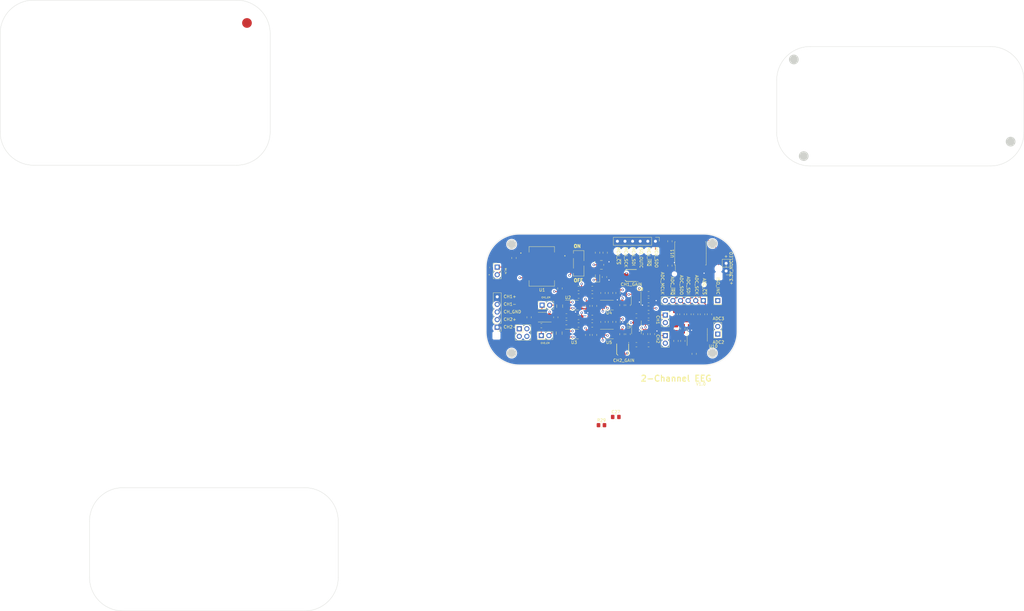
<source format=kicad_pcb>
(kicad_pcb (version 20221018) (generator pcbnew)
  (layers (0 "F.Cu" signal) (1 "In1.Cu" signal) (2 "In2.Cu" signal) (31 "B.Cu" signal) (34 "B.Paste" user) (35 "F.Paste" user) (36 "B.SilkS" user "B.Silkscreen") (37 "F.SilkS" user "F.Silkscreen") (38 "B.Mask" user) (39 "F.Mask" user) (44 "Edge.Cuts" user))
  (net 0 "")
  (net 1 "GND1")
  (net 2 "+5V")
  (net 3 "GND")
  (net 4 "+3.3V")
  (net 5 "Net-(U4A--)")
  (net 6 "Net-(U5A--)")
  (net 7 "Net-(U7B--)")
  (net 8 "Net-(U8B--)")
  (net 9 "/VGND")
  (net 10 "/CH1_AO")
  (net 11 "/CH2_AO")
  (net 12 "/Driven_GND")
  (net 13 "Net-(U10-REFIN+{slash}OUT)")
  (net 14 "Net-(D1-A)")
  (net 15 "/CH2+")
  (net 16 "/CH2-")
  (net 17 "/CH_GND")
  (net 18 "/CH1-")
  (net 19 "/CH1+")
  (net 21 "/ADC0")
  (net 22 "/ADC1")
  (net 23 "/ADC2")
  (net 24 "/ADC3")
  (net 25 "/ADC_SDO")
  (net 26 "/ADC_SDI")
  (net 27 "/ADC_SCK")
  (net 28 "/ADC_~{CS}")
  (net 29 "/ADC_MCLK")
  (net 30 "/ADC_~{IRQ}")
  (net 31 "/ISO_INC")
  (net 32 "/MCU_SDO")
  (net 33 "/MCU_~{IRQ}")
  (net 34 "/ISO_OUTC")
  (net 35 "/MCU_SDI")
  (net 36 "/MCU_SCK")
  (net 37 "/MCU_~{CS}")
  (net 38 "Net-(U2-FB)")
  (net 39 "Net-(U5B-+)")
  (net 40 "Net-(U3-FB)")
  (net 41 "Net-(U4B--)")
  (net 42 "Net-(U5B--)")
  (net 43 "Net-(U9A--)")
  (net 44 "Net-(U9B-+)")
  (net 47 "/LDO_CTRL")
  (net 50 "Net-(J10-Pin_1)")
  (net 51 "+3V3_nucleo")
  (net 52 "Net-(J10-Pin_2)")
  (net 53 "Net-(R20-Pad2)")
  (net 54 "Net-(U9B--)")
  (net 55 "Net-(U10-SDO)")
  (net 56 "Net-(U10-SDI)")
  (net 57 "Net-(R1-Pad1)")
  (net 58 "Net-(R17-Pad2)")
  (net 59 "Net-(C10-Pad1)")
  (net 60 "Net-(U4B-+)")
  (net 61 "Net-(C11-Pad1)")
  (net 62 "Net-(R3-Pad1)")
  (net 63 "Net-(R12-Pad1)")
  (net 64 "Net-(R13-Pad1)")
  (net 65 "Net-(U8A-+)")
  (net 66 "Net-(R16-Pad2)")
  (net 67 "Net-(U7A--)")
  (net 68 "Net-(U10-SCK)")
  (net 69 "Net-(J12-Pin_2)")
  (net 70 "Net-(U10-~{CS})")
  (net 71 "Net-(U2-VREF)")
  (net 72 "Net-(U3-VREF)")
  (net 73 "+5V_iso")
  (net 78 "Net-(U10-MCLK)")
  (net 79 "Net-(U10-~{IRQ}{slash}MDAT)")
  (footprint "Capacitor_SMD:C_0805_2012Metric_Pad1.18x1.45mm_HandSolder" (layer "F.Cu") (at 164.592 100.076 -90)
    (fp_text reference "C11" hide)
    (fp_text value "100n" hide)
  )
  (footprint "Connector_PinHeader_2.54mm:PinHeader_1x06_P2.54mm_Vertical" (layer "F.Cu") (at 195.58 102.616 -90)
    (fp_text reference "J8" hide)
    (fp_text value "ADC_Data" hide)
  )
  (footprint "Capacitor_SMD:C_0805_2012Metric_Pad1.18x1.45mm_HandSolder" (layer "F.Cu") (at 168.402 104.14 -90)
    (fp_text reference "C14" hide)
    (fp_text value "50n" hide)
  )
  (footprint "Resistor_SMD:R_0805_2012Metric_Pad1.20x1.40mm_HandSolder" (layer "F.Cu") (at 153.94 101.092 180)
    (fp_text reference "R1" hide)
    (fp_text value "1M" hide)
  )
  (footprint "Resistor_SMD:R_0805_2012Metric_Pad1.20x1.40mm_HandSolder" (layer "F.Cu") (at 153.924 110.744 180)
    (fp_text reference "R3" hide)
    (fp_text value "1M" hide)
  )
  (footprint "Resistor_SMD:R_0805_2012Metric_Pad1.20x1.40mm_HandSolder" (layer "F.Cu") (at 173.228 117.348)
    (fp_text reference "R16" hide)
    (fp_text value "100k" hide)
  )
  (footprint "Package_SO:MSOP-8_3x3mm_P0.65mm" (layer "F.Cu") (at 173.1475 102.616 -90)
    (fp_text reference "U8")
    (fp_text value "AD8606" hide)
  )
  (footprint "Resistor_SMD:R_0805_2012Metric_Pad1.20x1.40mm_HandSolder" (layer "F.Cu") (at 190.754 107.188 -90)
    (fp_text reference "R25" hide)
    (fp_text value "10" hide)
  )
  (footprint "Capacitor_SMD:C_0805_2012Metric_Pad1.18x1.45mm_HandSolder" (layer "F.Cu") (at 160.274 86.614 -90)
    (fp_text reference "C9" hide)
    (fp_text value "0.1u" hide)
  )
  (footprint "Connector_PinHeader_2.54mm:PinHeader_2x01_P2.54mm_Vertical" (layer "F.Cu") (at 182.88 107.447 -90)
    (fp_text reference "J5" hide)
    (fp_text value "Conn_02x01" hide)
  )
  (footprint "Capacitor_SMD:C_0805_2012Metric_Pad1.18x1.45mm_HandSolder" (layer "F.Cu") (at 188.722 116.078 -90)
    (fp_text reference "C21" hide)
    (fp_text value "0.1u" hide)
  )
  (footprint "Connector_PinHeader_2.54mm:PinHeader_2x01_P2.54mm_Vertical" (layer "F.Cu") (at 200.406 113.797 90)
    (fp_text reference "J7" hide)
    (fp_text value "ADC_23" hide)
  )
  (footprint "Capacitor_SMD:C_0805_2012Metric_Pad1.18x1.45mm_HandSolder" (layer "F.Cu") (at 184.404 90.9535 90)
    (fp_text reference "C26" hide)
    (fp_text value "0.1u")
  )
  (footprint "Capacitor_SMD:C_0805_2012Metric_Pad1.18x1.45mm_HandSolder" (layer "F.Cu") (at 188.722 112.014 -90)
    (fp_text reference "C24" hide)
    (fp_text value "0.1u" hide)
  )
  (footprint "Capacitor_SMD:C_0805_2012Metric_Pad1.18x1.45mm_HandSolder" (layer "F.Cu") (at 186.436 112.014 -90)
    (fp_text reference "C25" hide)
    (fp_text value "10u" hide)
  )
  (footprint "Capacitor_SMD:C_0805_2012Metric_Pad1.18x1.45mm_HandSolder" (layer "F.Cu") (at 159.258 104.394 -90)
    (fp_text reference "C6" hide)
    (fp_text value "3.3u" hide)
  )
  (footprint "Package_SO:TSSOP-20_4.4x6.5mm_P0.65mm" (layer "F.Cu") (at 193.548 114.046 90)
    (fp_text reference "U10")
    (fp_text value "MCP3562R" hide)
  )
  (footprint "Resistor_SMD:R_0805_2012Metric_Pad1.20x1.40mm_HandSolder" (layer "F.Cu") (at 170.434 113.83225 90)
    (fp_text reference "R12" hide)
    (fp_text value "1k" hide)
  )
  (footprint "Package_SO:SOIC-16W_7.5x10.3mm_P1.27mm" (layer "F.Cu") (at 191.262 86.868 90)
    (fp_text reference "U11")
    (fp_text value "ISO6763-Q1" hide)
  )
  (footprint "Capacitor_SMD:C_0805_2012Metric_Pad1.18x1.45mm_HandSolder" (layer "F.Cu") (at 132.334 88.392 -90)
    (fp_text reference "C1" hide)
    (fp_text value "4.7u")
  )
  (footprint "Package_SO:MSOP-8_3x3mm_P0.65mm" (layer "F.Cu") (at 152.4 113.792)
    (fp_text reference "U3")
    (fp_text value "AD8237" hide)
  )
  (footprint "Capacitor_SMD:C_0805_2012Metric_Pad1.18x1.45mm_HandSolder" (layer "F.Cu") (at 184.404 82.804 -90)
    (fp_text reference "C28" hide)
    (fp_text value "0.1u")
  )
  (footprint "Connector_PinHeader_2.54mm:PinHeader_2x01_P2.54mm_Vertical" (layer "F.Cu") (at 141.478 114.3)
    (fp_text reference "J12" hide)
    (fp_text value "CH2_AVG_EN" hide)
  )
  (footprint "Capacitor_SMD:C_0805_2012Metric_Pad1.18x1.45mm_HandSolder" (layer "F.Cu") (at 177.292 109.982)
    (fp_text reference "C18" hide)
    (fp_text value "10u" hide)
  )
  (footprint "Capacitor_SMD:C_0805_2012Metric_Pad1.18x1.45mm_HandSolder" (layer "F.Cu") (at 177.292 105.156)
    (fp_text reference "C16" hide)
    (fp_text value "0.1u" hide)
  )
  (footprint "Resistor_SMD:R_0805_2012Metric_Pad1.20x1.40mm_HandSolder" (layer "F.Cu") (at 188.468 107.188 -90)
    (fp_text reference "R24" hide)
    (fp_text value "10" hide)
  )
  (footprint "Resistor_SMD:R_0805_2012Metric_Pad1.20x1.40mm_HandSolder" (layer "F.Cu") (at 186.182 107.188 -90)
    (fp_text reference "R23" hide)
    (fp_text value "10" hide)
  )
  (footprint "Senior_Project_Footprints:CONV_PESE1-S5-S5-M" (layer "F.Cu") (at 141.629 91.186)
    (fp_text reference "U1")
    (fp_text value "PESE1-S5-S5-M-TR" hide)
  )
  (footprint "Capacitor_SMD:C_0805_2012Metric_Pad1.18x1.45mm_HandSolder" (layer "F.Cu") (at 137.414 108.204 -90)
    (fp_text reference "C23" hide)
    (fp_text value "0.1u" hide)
  )
  (footprint "Resistor_SMD:R_0805_2012Metric_Pad1.20x1.40mm_HandSolder" (layer "F.Cu") (at 153.908 108.204)
    (fp_text reference "R4" hide)
    (fp_text value "1K" hide)
  )
  (footprint "Senior_Project_Footprints:SW_JS102011SCQN" (layer "F.Cu") (at 153.968 90.17)
    (fp_text reference "SW1" hide)
    (fp_text value "SW_Push_SPDT" hide)
  )
  (footprint "Connector_PinHeader_2.54mm:PinHeader_2x02_P2.54mm_Vertical" (layer "F.Cu") (at 134.112 112.014)
    (fp_text reference "J4" hide)
    (fp_text value "GND_select" hide)
  )
  (footprint "Resistor_SMD:R_0805_2012Metric_Pad1.20x1.40mm_HandSolder" (layer "F.Cu") (at 158.48 110.744 180)
    (fp_text reference "R6" hide)
    (fp_text value "2M" hide)
  )
  (footprint "Capacitor_SMD:C_0805_2012Metric_Pad1.18x1.45mm_HandSolder" (layer "F.Cu") (at 156.972 104.394 -90)
    (fp_text reference "C2" hide)
    (fp_text value "0.1u" hide)
  )
  (footprint "Resistor_SMD:R_0805_2012Metric_Pad1.20x1.40mm_HandSolder" (layer "F.Cu") (at 158.496 108.204 180)
    (fp_text reference "R8" hide)
    (fp_text value "56k" hide)
  )
  (footprint "Senior_Project_Footprints:R_Array_Matched_2x0606" (layer "F.Cu") (at 146.512 103.956)
    (fp_text reference "RN1" hide)
    (fp_text value "Matched_10K_Resistor_Array_2x" hide)
  )
  (footprint "Senior_Project_Footprints:TRIM_35WR10KLFTR" (layer "F.Cu") (at 171.45 94.234 180)
    (fp_text reference "RV2" hide)
    (fp_text value "10k" hide)
  )
  (footprint "Resistor_SMD:R_0805_2012Metric_Pad1.20x1.40mm_HandSolder" (layer "F.Cu") (at 195.326 107.204 -90)
    (fp_text reference "R27" hide)
    (fp_text value "10" hide)
  )
  (footprint "Resistor_SMD:R_0805_2012Metric_Pad1.20x1.40mm_HandSolder" (layer "F.Cu") (at 141.494 110.998 180)
    (fp_text reference "R22" hide)
    (fp_text value "10k" hide)
  )
  (footprint "Package_SO:MSOP-8_3x3mm_P0.65mm" (layer "F.Cu") (at 164.084 104.14)
    (fp_text reference "U4")
    (fp_text value "AD8606" hide)
  )
  (footprint "Connector_PinHeader_2.54mm:PinHeader_2x01_P2.54mm_Vertical" (layer "F.Cu") (at 182.88 114.305 -90)
    (fp_text reference "J6" hide)
    (fp_text value "Conn_02x01" hide)
  )
  (footprint "Resistor_SMD:R_0805_2012Metric_Pad1.20x1.40mm_HandSolder" (layer "F.Cu") (at 146.304 108.204 -90)
    (fp_text reference "R20" hide)
    (fp_text value "60k" hide)
  )
  (footprint "Package_SO:MSOP-8_3x3mm_P0.65mm" (layer "F.Cu") (at 152.4 104.14)
    (fp_text reference "U2")
    (fp_text value "AD8237" hide)
  )
  (footprint "Capacitor_SMD:C_0805_2012Metric_Pad1.18x1.45mm_HandSolder" (layer "F.Cu") (at 162.814 86.614 -90)
    (fp_text reference "C12" hide)
    (fp_text value "1u" hide)
  )
  (footprint "Capacitor_SMD:C_0805_2012Metric_Pad1.18x1.45mm_HandSolder" (layer "F.Cu") (at 164.592 109.728 -90)
    (fp_text reference "C10" hide)
    (fp_text value "100n" hide)
  )
  (footprint "Resistor_SMD:R_0805_2012Metric_Pad1.20x1.40mm_HandSolder" (layer "F.Cu") (at 158.496 98.552 180)
    (fp_text reference "R7" hide)
    (fp_text value "56k" hide)
  )
  (footprint "Resistor_SMD:R_0805_2012Metric_Pad1.20x1.40mm_HandSolder" (layer "F.Cu") (at 162.052 109.744 90)
    (fp_text reference "R9" hide)
    (fp_text value "56k" hide)
  )
  (footprint "Capacitor_SMD:C_0805_2012Metric_Pad1.18x1.45mm_HandSolder" (layer "F.Cu") (at 176.276 113.792 90)
    (fp_text reference "C15" hide)
    (fp_text value "0.1u" hide)
  )
  (footprint "Resistor_SMD:R_0805_2012Metric_Pad1.20x1.40mm_HandSolder" (layer "F.Cu") (at 162.052 100.076 90)
    (fp_text reference "R10" hide)
    (fp_text value "56k" hide)
  )
  (footprint "Resistor_SMD:R_0805_2012Metric_Pad1.20x1.40mm_HandSolder" (layer "F.Cu") (at 170.434 104.14 -90)
    (fp_text reference "R13" hide)
    (fp_text value "1k" hide)
  )
  (footprint "Capacitor_SMD:C_0805_2012Metric_Pad1.18x1.45mm_HandSolder" (layer "F.Cu") (at 149.86 109.982 180)
    (fp_text reference "C22" hide)
    (fp_text value "1n" hide)
  )
  (footprint "Connector_PinHeader_2.54mm:PinHeader_2x01_P2.54mm_Vertical" (layer "F.Cu") (at 141.732 104.14)
    (fp_text reference "J10" hide)
    (fp_text value "CH1_AVG_EN" hide)
  )
  (footprint "Resistor_SMD:R_0805_2012Metric_Pad1.20x1.40mm_HandSolder" (layer "F.Cu") (at 177.308 107.696 180)
    (fp_text reference "R19" hide)
    (fp_text value "100" hide)
  )
  (footprint "Capacitor_SMD:C_0805_2012Metric_Pad1.18x1.45mm_HandSolder" (layer "F.Cu") (at 159.258 114.08625 -90)
    (fp_text reference "C7" hide)
    (fp_text value "3.3u" hide)
  )
  (footprint "Package_SO:MSOP-8_3x3mm_P0.65mm" (layer "F.Cu") (at 173.228 112.268 -90)
    (fp_text reference "U7")
    (fp_text value "AD8606" hide)
  )
  (footprint "Package_SO:MSOP-8_3x3mm_P0.65mm" (layer "F.Cu") (at 164.084 113.792)
    (fp_text reference "U5")
    (fp_text value "AD8606" hide)
  )
  (footprint "Senior_Project_Footprints:TRIM_35WR10KLFTR" (layer "F.Cu") (at 168.656 118.872 -90)
    (fp_text reference "RV1" hide)
    (fp_text value "10k" hide)
  )
  (footprint "Connector_PinHeader_2.54mm:PinHeader_1x02_P2.54mm_Vertical" (layer "F.Cu") (at 126.746 91.435)
    (fp_text reference "J1" hide)
    (fp_text value "Power_Input" hide)
  )
  (footprint "Resistor_SMD:R_0805_2012Metric_Pad1.20x1.40mm_HandSolder" (layer "F.Cu") (at 193.04 107.188 -90)
    (fp_text reference "R26" hide)
    (fp_text value "10" hide)
  )
  (footprint "Resistor_SMD:R_0805_2012Metric_Pad1.20x1.40mm_HandSolder" (layer "F.Cu") (at 197.612 107.188 -90)
    (fp_text reference "R28" hide)
    (fp_text value "10" hide)
  )
  (footprint "Capacitor_SMD:C_0805_2012Metric_Pad1.18x1.45mm_HandSolder" (layer "F.Cu") (at 186.436 116.078 -90)
    (fp_text reference "C20" hide)
    (fp_text value "10u" hide)
  )
  (footprint "Capacitor_SMD:C_0805_2012Metric_Pad1.18x1.45mm_HandSolder" (layer "F.Cu") (at 156.972 114.08625 -90)
    (fp_text reference "C3" hide)
    (fp_text value "0.1u" hide)
  )
  (footprint "Resistor_SMD:R_0805_2012Metric_Pad1.20x1.40mm_HandSolder" (layer "F.Cu") (at 153.908 98.552)
    (fp_text reference "R2" hide)
    (fp_text value "1K" hide)
  )
  (footprint "Connector_PinHeader_2.54mm:PinHeader_1x01_P2.54mm_Vertical" (layer "F.Cu") (at 200.406 102.616)
    (fp_text reference "J9" hide)
    (fp_text value "ISO_IN_C" hide)
  )
  (footprint "Resistor_SMD:R_0805_2012Metric_Pad1.20x1.40mm_HandSolder" (layer "F.Cu") (at 177.292 102.616)
    (fp_text reference "R14" hide)
    (fp_text value "10k" hide)
  )
  (footprint "Capacitor_SMD:C_0805_2012Metric_Pad1.18x1.45mm_HandSolder" (layer "F.Cu") (at 168.402 113.83225 -90)
    (fp_text reference "C13" hide)
    (fp_text value "50n" hide)
  )
  (footprint "Resistor_SMD:R_0805_2012Metric_Pad1.20x1.40mm_HandSolder" (layer "F.Cu") (at 149.86 107.696 180)
    (fp_text reference "R21" hide)
    (fp_text value "1M" hide)
  )
  (footprint "Resistor_SMD:R_0805_2012Metric_Pad1.20x1.40mm_HandSolder" (layer "F.Cu") (at 161.5685 144.218)
    (fp_text reference "R29")
    (fp_text value "1M")
  )
  (footprint "Resistor_SMD:R_0805_2012Metric_Pad1.20x1.40mm_HandSolder" (layer "F.Cu") (at 173.228 107.696)
    (fp_text reference "R17" hide)
    (fp_text value "100k" hide)
  )
  (footprint "Connector_PinHeader_2.54mm:PinHeader_1x05_P2.54mm_Vertical" (layer "F.Cu") (at 126.746 111.506 180)
    (fp_text reference "J3" hide)
    (fp_text value "Electrode_Input" hide)
  )
  (footprint "Resistor_SMD:R_0805_2012Metric_Pad1.20x1.40mm_HandSolder" (layer "F.Cu") (at 158.512 101.092 180)
    (fp_text reference "R5" hide)
    (fp_text value "2M" hide)
  )
  (footprint "Connector_PinHeader_2.54mm:PinHeader_1x02_P2.54mm_Vertical" (layer "F.Cu") (at 203.2 92.715 180)
    (fp_text reference "J2" hide)
    (fp_text value "Nucleo_3.3" hide)
  )
  (footprint "Capacitor_SMD:C_0805_2012Metric_Pad1.18x1.45mm_HandSolder" (layer "F.Cu") (at 167.132 109.728 -90)
    (fp_text reference "C8" hide)
    (fp_text value "0.1u" hide)
  )
  (footprint "Capacitor_SMD:C_0805_2012Metric_Pad1.18x1.45mm_HandSolder" (layer "F.Cu") (at 147.7035 98.552 90)
    (fp_text reference "C4" hide)
    (fp_text value "10u" hide)
  )
  (footprint "Senior_Project_Footprints:IC_TC4S584F_LF" (layer "F.Cu") (at 161.544 90.678)
    (fp_text reference "U6" hide)
    (fp_text value "TCR2EF33" hide)
  )
  (footprint "Senior_Project_Footprints:R_Array_Matched_2x0606" (layer "F.Cu") (at 148.5365 113.976 180)
    (fp_text reference "RN2" hide)
    (fp_text value "Matched_10K_Resistor_Array_2x" hide)
  )
  (footprint "Capacitor_SMD:C_0805_2012Metric_Pad1.18x1.45mm_HandSolder" (layer "F.Cu") (at 166.3485 141.478)
    (fp_text reference "C27")
    (fp_text value "1u")
  )
  (footprint "Resistor_SMD:R_0805_2012Metric_Pad1.20x1.40mm_HandSolder" (layer "F.Cu") (at 177.292 117.348 180)
    (fp_text reference "R18" hide)
    (fp_text value "100" hide)
  )
  (footprint "Resistor_SMD:R_0805_2012Metric_Pad1.20x1.40mm_HandSolder" (layer "F.Cu") (at 177.292 100.33 180)
    (fp_text reference "R15" hide)
    (fp_text value "10k" hide)
  )
  (footprint "Capacitor_SMD:C_0805_2012Metric_Pad1.18x1.45mm_HandSolder" (layer "F.Cu") (at 192.532 120.396 -90)
    (fp_text reference "C19" hide)
    (fp_text value "10u" hide)
  )
  (footprint "Capacitor_SMD:C_0805_2012Metric_Pad1.18x1.45mm_HandSolder" (layer "F.Cu") (at 178.562 113.792 -90)
    (fp_text reference "C17" hide)
    (fp_text value "10u" hide)
  )
  (footprint "Connector_PinHeader_2.54mm:PinHeader_1x06_P2.54mm_Vertical" (layer "F.Cu") (at 179.578 82.804 -90)
    (fp_text reference "J11" hide)
    (fp_text value "MCU_Data" hide)
  )
  (footprint "Capacitor_SMD:C_0805_2012Metric_Pad1.18x1.45mm_HandSolder" (layer "F.Cu") (at 167.132 100.076 -90)
    (fp_text reference "C5" hide)
    (fp_text value "0.1u" hide)
  )
  (footprint "Resistor_SMD:R_0805_2012Metric_Pad1.20x1.40mm_HandSolder" (layer "F.Cu") (at 162.56 94.742 -90)
    (fp_text reference "R11" hide)
    (fp_text value "10k" hide)
  )
  (footprint "LED_SMD:LED_0603_1608Metric_Pad1.05x0.95mm_HandSolder" (layer "F.Cu") (at 160.274 94.742 90)
    (fp_text reference "D1" hide)
    (fp_text value "~" hide)
  )
  (footprint "Package_SO:MSOP-8_3x3mm_P0.65mm" (layer "F.Cu") (at 141.9055 108.163 180)
    (fp_text reference "U9" hide)
    (fp_text value "AD8606" hide)
  )
  (gr_circle (center 43.18 9.906) (end 44.705 9.906) (stroke (width 0.2)) (fill solid) (layer "F.Cu"))
  (gr_line (start 134.088546 80.291454) (end 195.802546 80.291454) (stroke (width 0.1)) (layer "Edge.Cuts"))
  (gr_arc (start 73.656 195.068) (mid 70.381454 202.973454) (end 62.476 206.248) (stroke (width 0.1)) (layer "Edge.Cuts"))
  (gr_arc (start 39.747 2.286) (mid 47.652454 5.560546) (end 50.927 13.466) (stroke (width 0.1)) (layer "Edge.Cuts"))
  (gr_line (start 220.091 46.478) (end 220.091 28.96) (stroke (width 0.1)) (layer "Edge.Cuts"))
  (gr_arc (start -28.063 57.404) (mid -35.968454 54.129454) (end -39.243 46.224) (stroke (width 0.1)) (layer "Edge.Cuts"))
  (gr_arc (start 62.476 165.1) (mid 70.381454 168.374546) (end 73.656 176.28) (stroke (width 0.1)) (layer "Edge.Cuts"))
  (gr_line (start 62.476 206.248) (end 1.778 206.248) (stroke (width 0.1)) (layer "Edge.Cuts"))
  (gr_circle (center 298.196 49.53) (end 299.721 49.53) (stroke (width 0.2)) (fill solid) (layer "Edge.Cuts"))
  (gr_arc (start 231.271 57.658) (mid 223.365533 54.383467) (end 220.091 46.478) (stroke (width 0.1)) (layer "Edge.Cuts"))
  (gr_arc (start -9.402 176.28) (mid -6.127454 168.374546) (end 1.778 165.1) (stroke (width 0.1)) (layer "Edge.Cuts"))
  (gr_line (start 39.747 57.404) (end -28.063 57.404) (stroke (width 0.1)) (layer "Edge.Cuts"))
  (gr_line (start 195.802546 124.233454) (end 134.088546 124.233454) (stroke (width 0.1)) (layer "Edge.Cuts"))
  (gr_line (start 291.461 57.658) (end 231.271 57.658) (stroke (width 0.1)) (layer "Edge.Cuts"))
  (gr_line (start 206.982546 91.471454) (end 206.982546 113.053454) (stroke (width 0.1)) (layer "Edge.Cuts"))
  (gr_line (start 231.271 17.78) (end 291.461 17.78) (stroke (width 0.1)) (layer "Edge.Cuts"))
  (gr_arc (start -39.243 13.466) (mid -35.968454 5.560546) (end -28.063 2.286) (stroke (width 0.1)) (layer "Edge.Cuts"))
  (gr_arc (start 291.461 17.78) (mid 299.36644 21.05456) (end 302.641 28.96) (stroke (width 0.1)) (layer "Edge.Cuts"))
  (gr_line (start -28.063 2.286) (end 39.747 2.286) (stroke (width 0.1)) (layer "Edge.Cuts"))
  (gr_circle (center 198.628 83.566) (end 200.153 83.566) (stroke (width 0.2)) (fill solid) (layer "Edge.Cuts"))
  (gr_arc (start 195.802546 80.291454) (mid 203.708 83.566) (end 206.982546 91.471454) (stroke (width 0.1)) (layer "Edge.Cuts"))
  (gr_line (start 302.641 28.96) (end 302.641 46.478) (stroke (width 0.1)) (layer "Edge.Cuts"))
  (gr_arc (start 302.641 46.478) (mid 299.366452 54.38345) (end 291.461 57.658) (stroke (width 0.1)) (layer "Edge.Cuts"))
  (gr_line (start -39.243 46.224) (end -39.243 13.466) (stroke (width 0.1)) (layer "Edge.Cuts"))
  (gr_line (start 122.908546 113.053454) (end 122.908546 91.471454) (stroke (width 0.1)) (layer "Edge.Cuts"))
  (gr_arc (start 1.778 206.248) (mid -6.127454 202.973454) (end -9.402 195.068) (stroke (width 0.1)) (layer "Edge.Cuts"))
  (gr_circle (center 229.108 54.356) (end 230.633 54.356) (stroke (width 0.2)) (fill solid) (layer "Edge.Cuts"))
  (gr_arc (start 122.908546 91.471454) (mid 126.183092 83.566) (end 134.088546 80.291454) (stroke (width 0.1)) (layer "Edge.Cuts"))
  (gr_arc (start 206.982546 113.053454) (mid 203.708 120.958908) (end 195.802546 124.233454) (stroke (width 0.1)) (layer "Edge.Cuts"))
  (gr_line (start -9.402 195.068) (end -9.402 176.28) (stroke (width 0.1)) (layer "Edge.Cuts"))
  (gr_circle (center 225.806 22.098) (end 227.331 22.098) (stroke (width 0.2)) (fill solid) (layer "Edge.Cuts"))
  (gr_line (start 1.778 165.1) (end 62.476 165.1) (stroke (width 0.1)) (layer "Edge.Cuts"))
  (gr_arc (start 50.927 46.224) (mid 47.652454 54.129454) (end 39.747 57.404) (stroke (width 0.1)) (layer "Edge.Cuts"))
  (gr_circle (center 131.572 120.142) (end 133.097 120.142) (stroke (width 0.2)) (fill solid) (layer "Edge.Cuts"))
  (gr_line (start 73.656 176.28) (end 73.656 195.068) (stroke (width 0.1)) (layer "Edge.Cuts"))
  (gr_circle (center 198.628 120.142) (end 200.153 120.142) (stroke (width 0.2)) (fill solid) (layer "Edge.Cuts"))
  (gr_arc (start 134.088546 124.233454) (mid 126.183092 120.958908) (end 122.908546 113.053454) (stroke (width 0.1)) (layer "Edge.Cuts"))
  (gr_arc (start 220.091 28.96) (mid 223.365545 21.054542) (end 231.271 17.78) (stroke (width 0.1)) (layer "Edge.Cuts"))
  (gr_circle (center 131.572 83.82) (end 133.097 83.82) (stroke (width 0.2)) (fill solid) (layer "Edge.Cuts"))
  (gr_line (start 50.927 13.466) (end 50.927 46.224) (stroke (width 0.1)) (layer "Edge.Cuts"))
  (gr_text "T.E" (at 153.162 90.678) (layer "F.Cu") (effects (font (size 0.5 0.5) (thickness 0.1) bold) (justify left bottom)))
  (gr_text "CH1" (at 179.832 107.442 -90) (layer "F.SilkS") (effects (font (size 1 1) (thickness 0.153)) (justify left bottom)))
  (gr_text "ISO_OUTC" (at 174.244 84.582 270) (layer "F.SilkS") (effects (font (size 1 1) (thickness 0.153)) (justify left bottom)))
  (gr_text "+" (at 124.46 93.726 180) (layer "F.SilkS") (effects (font (size 0.5 0.5) (thickness 0.1) bold) (justify left bottom)))
  (gr_text "5V_in\n" (at 129.286 91.694 270) (layer "F.SilkS") (effects (font (size 0.5 0.5) (thickness 0.1) bold) (justify left bottom)))
  (gr_text "CH2_CM" (at 141.224 117.094) (layer "F.SilkS") (effects (font (size 0.5 0.5) (thickness 0.1) bold) (justify left bottom)))
  (gr_text "CH2-" (at 128.778 112.014) (layer "F.SilkS") (effects (font (size 1 1) (thickness 0.153)) (justify left bottom)))
  (gr_text "CH2" (at 179.832 113.792 -90) (layer "F.SilkS") (effects (font (size 1 1) (thickness 0.153)) (justify left bottom)))
  (gr_text "-" (at 123.952 91.186 -90) (layer "F.SilkS") (effects (font (size 0.5 0.5) (thickness 0.1) bold) (justify left bottom)))
  (gr_text "-" (at 203.708 91.948 90) (layer "F.SilkS") (effects (font (size 1 1) (thickness 0.153)) (justify left bottom)))
  (gr_text "CH1-" (at 128.778 104.394) (layer "F.SilkS") (effects (font (size 1 1) (thickness 0.153)) (justify left bottom)))
  (gr_text "OFF" (at 152.146 96.52) (layer "F.SilkS") (effects (font (size 1.1 1.1) (thickness 0.275) bold) (justify left bottom)))
  (gr_text "MCU_SDO" (at 179.324 84.582 270) (layer "F.SilkS") (effects (font (size 1 1) (thickness 0.153)) (justify left bottom)))
  (gr_text "ADC_SDO\n" (at 187.706 93.98 270) (layer "F.SilkS") (effects (font (size 1 1) (thickness 0.153)) (justify left bottom)))
  (gr_text "V1.0" (at 193.04 131.064) (layer "F.SilkS") (effects (font (size 1 1) (thickness 0.153)) (justify left bottom)))
  (gr_text "MCU_SDI" (at 171.704 84.582 270) (layer "F.SilkS") (effects (font (size 1 1) (thickness 0.153)) (justify left bottom)))
  (gr_text "CH1+" (at 128.778 101.854) (layer "F.SilkS") (effects (font (size 1 1) (thickness 0.153)) (justify left bottom)))
  (gr_text "MCU_~{CS}" (at 166.624 84.582 270) (layer "F.SilkS") (effects (font (size 1 1) (thickness 0.153)) (justify left bottom)))
  (gr_text "ADC2" (at 198.628 117.094) (layer "F.SilkS") (effects (font (size 1 1) (thickness 0.153)) (justify left bottom)))
  (gr_text "+" (at 202.438 88.392) (layer "F.SilkS") (effects (font (size 1 1) (thickness 0.153)) (justify left bottom)))
  (gr_text "MCU_SCK" (at 169.164 84.582 270) (layer "F.SilkS") (effects (font (size 1 1) (thickness 0.153)) (justify left bottom)))
  (gr_text "CH1_GAIN" (at 167.894 97.79) (layer "F.SilkS") (effects (font (size 1 1) (thickness 0.153)) (justify left bottom)))
  (gr_text "2-Channel EEG" (at 174.498 129.794) (layer "F.SilkS") (effects (font (size 2 2) (thickness 0.375) bold) (justify left bottom)))
  (gr_text "CH2+" (at 128.778 109.474) (layer "F.SilkS") (effects (font (size 1 1) (thickness 0.153)) (justify left bottom)))
  (gr_text "ADC_MCLK\n" (at 181.356 92.964 270) (layer "F.SilkS") (effects (font (size 1 1) (thickness 0.153)) (justify left bottom)))
  (gr_text "+3.3V_NUCLEO" (at 205.486 97.536 90) (layer "F.SilkS") (effects (font (size 1 1) (thickness 0.153)) (justify left bottom)))
  (gr_text "ISO_INC" (at 199.898 94.742 270) (layer "F.SilkS") (effects (font (size 1 1) (thickness 0.153)) (justify left bottom)))
  (gr_text "ADC_SDI\n" (at 189.992 94.488 270) (layer "F.SilkS") (effects (font (size 1 1) (thickness 0.153)) (justify left bottom)))
  (gr_text "ADC_~{CS}\n" (at 195.326 94.996 270) (layer "F.SilkS") (effects (font (size 1 1) (thickness 0.153)) (justify left bottom)))
  (gr_text "ON" (at 152.146 85.09) (layer "F.SilkS") (effects (font (size 1.1 1.1) (thickness 0.275) bold) (justify left bottom)))
  (gr_text "CH2_GAIN" (at 165.354 123.19) (layer "F.SilkS") (effects (font (size 1 1) (thickness 0.153)) (justify left bottom)))
  (gr_text "MCU_~{IRQ}" (at 176.784 84.582 270) (layer "F.SilkS") (effects (font (size 1 1) (thickness 0.153)) (justify left bottom)))
  (gr_text "ADC3" (at 198.628 109.22) (layer "F.SilkS") (effects (font (size 1 1) (thickness 0.153)) (justify left bottom)))
  (gr_text "ADC_SCK\n" (at 192.786 93.98 270) (layer "F.SilkS") (effects (font (size 1 1) (thickness 0.153)) (justify left bottom)))
  (gr_text "CH1_CM" (at 141.478 101.854) (layer "F.SilkS") (effects (font (size 0.5 0.5) (thickness 0.1) bold) (justify left bottom)))
  (gr_text "ADC_~{IRQ}\n" (at 184.658 94.488 270) (layer "F.SilkS") (effects (font (size 1 1) (thickness 0.153)) (justify left bottom)))
  (gr_text "CH_GND" (at 128.778 106.934) (layer "F.SilkS") (effects (font (size 1 1) (thickness 0.153)) (justify left bottom)))
  (segment (start 140.6055 107.188) (end 139.793 107.188) (width 0.25) (layer "F.Cu") (net 0))
  (segment (start 141.478 114.3) (end 141.473 114.295) (width 0.25) (layer "F.Cu") (net 0))
  (segment (start 141.732 104.14) (end 141.732 105.249) (width 0.25) (layer "F.Cu") (net 0))
  (segment (start 141.473 108.0555) (end 140.6055 107.188) (width 0.25) (layer "F.Cu") (net 0))
  (segment (start 141.732 105.249) (end 139.793 107.188) (width 0.25) (layer "F.Cu") (net 0))
  (segment (start 141.473 114.295) (end 141.473 108.0555) (width 0.25) (layer "F.Cu") (net 0))
  (segment (start 201.835 87.027) (end 197.026 82.218) (width 0.25) (layer "F.Cu") (net 1))
  (segment (start 200.66 90.678) (end 201.835 89.503) (width 0.25) (layer "F.Cu") (net 1))
  (segment (start 136.5575 87.3545) (end 136.579 87.376) (width 0.25) (layer "F.Cu") (net 1))
  (segment (start 128.2535 91.435) (end 132.334 87.3545) (width 0.25) (layer "F.Cu") (net 1))
  (segment (start 126.746 91.435) (end 128.2535 91.435) (width 0.25) (layer "F.Cu") (net 1))
  (segment (start 197.026 82.218) (end 195.707 82.218) (width 0.25) (layer "F.Cu") (net 1))
  (segment (start 201.835 89.503) (end 201.835 87.027) (width 0.25) (layer "F.Cu") (net 1))
  (segment (start 132.334 87.3545) (end 136.5575 87.3545) (width 0.25) (layer "F.Cu") (net 1))
  (segment (start 136.0925 89.4295) (end 136.579 89.916) (width 0.25) (layer "F.Cu") (net 2))
  (segment (start 131.2915 89.4295) (end 126.746 93.975) (width 0.25) (layer "F.Cu") (net 2))
  (segment (start 132.334 89.4295) (end 136.0925 89.4295) (width 0.25) (layer "F.Cu") (net 2))
  (segment (start 132.334 89.4295) (end 131.2915 89.4295) (width 0.25) (layer "F.Cu") (net 2))
  (segment (start 160.274 95.617) (end 159.145 95.617) (width 0.25) (layer "F.Cu") (net 3))
  (segment (start 176.276 112.7545) (end 176.0005 112.7545) (width 0.25) (layer "F.Cu") (net 3))
  (segment (start 186.436 115.0405) (end 188.722 115.0405) (width 0.25) (layer "F.Cu") (net 3))
  (segment (start 191.273 111.1835) (end 191.273 112.148) (width 0.25) (layer "F.Cu") (net 3))
  (segment (start 156.972 112.56225) (end 156.21 111.80025) (width 0.25) (layer "F.Cu") (net 3))
  (segment (start 172.1725 100.5035) (end 170.7685 100.5035) (width 0.25) (layer "F.Cu") (net 3))
  (segment (start 136.579 94.996) (end 134.263 94.996) (width 0.25) (layer "F.Cu") (net 3))
  (segment (start 150.2875 112.817) (end 151.851 112.817) (width 0.25) (layer "F.Cu") (net 3))
  (segment (start 168.6345 108.6905) (end 168.656 108.712) (width 0.25) (layer "F.Cu") (net 3))
  (segment (start 172.5465 109.982) (end 172.72 110.1555) (width 0.25) (layer "F.Cu") (net 3))
  (segment (start 144.018 106.68) (end 144.272 106.426) (width 0.25) (layer "F.Cu") (net 3))
  (segment (start 160.344 90.678) (end 159.004 90.678) (width 0.25) (layer "F.Cu") (net 3))
  (segment (start 150.2875 105.115) (end 150.327 105.115) (width 0.25) (layer "F.Cu") (net 3))
  (segment (start 167.132 99.0385) (end 168.6345 99.0385) (width 0.25) (layer "F.Cu") (net 3))
  (segment (start 156.972 102.87) (end 156.972 103.3565) (width 0.25) (layer "F.Cu") (net 3))
  (segment (start 172.903 110.1555) (end 172.72 110.1555) (width 0.25) (layer "F.Cu") (net 3))
  (segment (start 170.7685 100.5035) (end 170.688 100.584) (width 0.25) (layer "F.Cu") (net 3))
  (segment (start 176.0005 112.7545) (end 175.006 111.76) (width 0.25) (layer "F.Cu") (net 3))
  (segment (start 156.21 102.108) (end 156.972 102.87) (width 0.25) (layer "F.Cu") (net 3))
  (segment (start 195.707 91.518) (end 195.707 93.345) (width 0.25) (layer "F.Cu") (net 3))
  (segment (start 159.145 95.617) (end 159.004 95.758) (width 0.25) (layer "F.Cu") (net 3))
  (segment (start 151.851 112.817) (end 151.892 112.776) (width 0.25) (layer "F.Cu") (net 3))
  (segment (start 150.368 105.156) (end 151.892 105.156) (width 0.25) (layer "F.Cu") (net 3))
  (segment (start 150.2875 103.165) (end 151.851 103.165) (width 0.25) (layer "F.Cu") (net 3))
  (segment (start 161.9715 105.115) (end 161.9715 106.0915) (width 0.25) (layer "F.Cu") (net 3))
  (segment (start 168.6345 99.0385) (end 168.656 99.06) (width 0.25) (layer "F.Cu") (net 3))
  (segment (start 172.72 110.1555) (end 172.253 110.1555) (width 0.25) (layer "F.Cu") (net 3))
  (segment (start 147.7035 99.5895) (end 145.8175 99.5895) (width 0.25) (layer "F.Cu") (net 3))
  (segment (start 184.404 89.916) (end 185.928 89.916) (width 0.25) (layer "F.Cu") (net 3))
  (segment (start 151.218 92.67) (end 151.218 93.892) (width 0.25) (layer "F.Cu") (net 3))
  (segment (start 145.8175 99.5895) (end 145.796 99.568) (width 0.25) (layer "F.Cu") (net 3))
  (segment (start 161.9715 106.0915) (end 162.052 106.172) (width 0.25) (layer "F.Cu") (net 3))
  (segment (start 150.2875 114.767) (end 151.851 114.767) (width 0.25) (layer "F.Cu") (net 3))
  (segment (start 161.9715 115.7435) (end 162.052 115.824) (width 0.25) (layer "F.Cu") (net 3))
  (segment (start 144.018 107.188) (end 144.018 106.68) (width 0.25) (layer "F.Cu") (net 3))
  (segment (start 167.132 108.6905) (end 168.6345 108.6905) (width 0.25) (layer "F.Cu") (net 3))
  (segment (start 171.45 109.982) (end 172.5465 109.982) (width 0.25) (layer "F.Cu") (net 3))
  (segment (start 191.273 112.148) (end 191.647 112.522) (width 0.25) (layer "F.Cu") (net 3))
  (segment (start 150.327 105.115) (end 150.368 105.156) (width 0.25) (layer "F.Cu") (net 3))
  (segment (start 151.218 93.892) (end 150.876 94.234) (width 0.25) (layer "F.Cu") (net 3))
  (segment (start 156.972 113.04875) (end 156.972 112.56225) (width 0.25) (layer "F.Cu") (net 3))
  (segment (start 178.3295 105.156) (end 179.832 105.156) (width 0.25) (layer "F.Cu") (net 3))
  (segment (start 161.9715 114.767) (end 161.9715 115.7435) (width 0.25) (layer "F.Cu") (net 3))
  (segment (start 151.851 114.767) (end 151.892 114.808) (width 0.25) (layer "F.Cu") (net 3))
  (segment (start 186.436 110.9765) (end 188.722 110.9765) (width 0.25) (layer "F.Cu") (net 3))
  (segment (start 151.851 103.165) (end 151.892 103.124) (width 0.25) (layer "F.Cu") (net 3))
  (via (at 156.21 102.108) (size 0.8) (drill 0.4) (layers "F.Cu" "B.Cu") (net 3))
  (via (at 195.834 93.472) (size 0.8) (drill 0.4) (layers "F.Cu" "B.Cu") (net 3))
  (via (at 179.832 105.156) (size 0.8) (drill 0.4) (layers "F.Cu" "B.Cu") (net 3))
  (via (at 185.928 89.916) (size 0.8) (drill 0.4) (layers "F.Cu" "B.Cu") (net 3))
  (via (at 156.21 111.80025) (size 0.8) (drill 0.4) (layers "F.Cu" "B.Cu") (net 3))
  (via (at 151.892 105.156) (size 0.8) (drill 0.4) (layers "F.Cu" "B.Cu") (net 3))
  (via (at 175.006 111.76) (size 0.8) (drill 0.4) (layers "F.Cu" "B.Cu") (net 3))
  (via (at 159.004 95.758) (size 0.8) (drill 0.4) (layers "F.Cu" "B.Cu") (net 3))
  (via (at 162.052 115.824) (size 0.8) (drill 0.4) (layers "F.Cu" "B.Cu") (net 3))
  (via (at 162.052 106.172) (size 0.8) (drill 0.4) (layers "F.Cu" "B.Cu") (net 3))
  (via (at 144.272 106.426) (size 0.8) (drill 0.4) (layers "F.Cu" "B.Cu") (net 3))
  (via (at 145.796 99.568) (size 0.8) (drill 0.4) (layers "F.Cu" "B.Cu") (net 3))
  (via (at 150.876 94.234) (size 0.8) (drill 0.4) (layers "F.Cu" "B.Cu") (net 3))
  (via (at 134.263 94.996) (size 0.8) (drill 0.4) (layers "F.Cu" "B.Cu") (net 3))
  (via (at 170.688 100.584) (size 0.8) (drill 0.4) (layers "F.Cu" "B.Cu") (net 3))
  (via (at 168.656 99.06) (size 0.8) (drill 0.4) (layers "F.Cu" "B.Cu") (net 3))
  (via (at 151.892 114.808) (size 0.8) (drill 0.4) (layers "F.Cu" "B.Cu") (net 3))
  (via (at 151.892 112.776) (size 0.8) (drill 0.4) (layers "F.Cu" "B.Cu") (net 3))
  (via (at 191.647 112.522) (size 0.8) (drill 0.4) (layers "F.Cu" "B.Cu") (net 3))
  (via (at 159.004 90.678) (size 0.8) (drill 0.4) (layers "F.Cu" "B.Cu") (net 3))
  (via (at 151.892 103.124) (size 0.8) (drill 0.4) (layers "F.Cu" "B.Cu") (net 3))
  (via (at 168.656 108.712) (size 0.8) (drill 0.4) (layers "F.Cu" "B.Cu") (net 3))
  (via (at 171.45 109.982) (size 0.8) (drill 0.4) (layers "F.Cu" "B.Cu") (net 3))
  (segment (start 162.5815 89.5655) (end 162.744 89.728) (width 0.25) (layer "F.Cu") (net 4))
  (segment (start 167.132 110.7655) (end 167.65875 110.7655) (width 0.25) (layer "F.Cu") (net 4))
  (segment (start 137.5175 109.138) (end 137.414 109.2415) (width 0.25) (layer "F.Cu") (net 4))
  (segment (start 154.5125 114.767) (end 152.949 114.767) (width 0.25) (layer "F.Cu") (net 4))
  (segment (start 166.1965 111.701) (end 167.132 110.7655) (width 0.25) (layer "F.Cu") (net 4))
  (segment (start 174.55 105.156) (end 174.1225 104.7285) (width 0.25) (layer "F.Cu") (net 4))
  (segment (start 188.722 117.1155) (end 190.416 117.1155) (width 0.25) (layer "F.Cu") (net 4))
  (segment (start 154.5125 105.115) (end 152.949 105.115) (width 0.25) (layer "F.Cu") (net 4))
  (segment (start 164.018 89.728) (end 164.084 89.662) (width 0.25) (layer "F.Cu") (net 4))
  (segment (start 176.2545 105.156) (end 174.55 105.156) (width 0.25) (layer "F.Cu") (net 4))
  (segment (start 186.436 117.1155) (end 188.722 117.1155) (width 0.25) (layer "F.Cu") (net 4))
  (segment (start 174.203 114.3805) (end 174.203 112.817) (width 0.25) (layer "F.Cu") (net 4))
  (segment (start 166.1965 102.049) (end 167.132 101.1135) (width 0.25) (layer "F.Cu") (net 4))
  (segment (start 175.26 104.14) (end 176.2545 105.1345) (width 0.25) (layer "F.Cu") (net 4))
  (segment (start 186.344 91.991) (end 186.817 91.518) (width 0.25) (layer "F.Cu") (net 4))
  (segment (start 162.5815 87.63) (end 162.5815 89.5655) (width 0.25) (layer "F.Cu") (net 4))
  (segment (start 152.949 105.115) (end 152.908 105.156) (width 0.25) (layer "F.Cu") (net 4))
  (segment (start 156.61525 114.767) (end 156.972 115.12375) (width 0.25) (layer "F.Cu") (net 4))
  (segment (start 174.203 112.817) (end 174.244 112.776) (width 0.25) (layer "F.Cu") (net 4))
  (segment (start 154.829 105.4315) (end 154.5125 105.115) (width 0.25) (layer "F.Cu") (net 4))
  (segment (start 184.404 91.991) (end 186.344 91.991) (width 0.25) (layer "F.Cu") (net 4))
  (segment (start 152.908 105.156) (end 152.908 106.426) (width 0.25) (layer "F.Cu") (net 4))
  (segment (start 166.1965 103.165) (end 166.1965 102.049) (width 0.25) (layer "F.Cu") (net 4))
  (segment (start 174.6305 114.808) (end 174.203 114.3805) (width 0.25) (layer "F.Cu") (net 4))
  (segment (start 168.402 100.838) (end 168.1265 101.1135) (width 0.25) (layer "F.Cu") (net 4))
  (segment (start 162.744 89.728) (end 164.018 89.728) (width 0.25) (layer "F.Cu") (net 4))
  (segment (start 166.878 102.4835) (end 166.1965 103.165) (width 0.25) (layer "F.Cu") (net 4))
  (segment (start 178.292 102.616) (end 179.832 102.616) (width 0.25) (layer "F.Cu") (net 4))
  (segment (start 176.2545 114.808) (end 174.6305 114.808) (width 0.25) (layer "F.Cu") (net 4))
  (segment (start 154.5125 114.767) (end 156.61525 114.767) (width 0.25) (layer "F.Cu") (net 4))
  (segment (start 156.972 105.4315) (end 154.829 105.4315) (width 0.25) (layer "F.Cu") (net 4))
  (segment (start 152.949 114.767) (end 152.908 114.808) (width 0.25) (layer "F.Cu") (net 4))
  (segment (start 186.436 113.0515) (end 188.722 113.0515) (width 0.25) (layer "F.Cu") (net 4))
  (segment (start 190.416 117.1155) (end 190.623 116.9085) (width 0.25) (layer "F.Cu") (net 4))
  (segment (start 167.1535 110.744) (end 167.132 110.7655) (width 0.25) (layer "F.Cu") (net 4))
  (segment (start 166.878 102.362) (end 166.878 102.4835) (width 0.25) (layer "F.Cu") (net 4))
  (segment (start 166.1965 112.817) (end 166.1965 111.701) (width 0.25) (layer "F.Cu") (net 4))
  (segment (start 174.1225 103.2455) (end 174.244 103.124) (width 0.25) (layer "F.Cu") (net 4))
  (segment (start 164.068 95.742) (end 164.084 95.758) (width 0.25) (layer "F.Cu") (net 4))
  (segment (start 167.65875 110.7655) (end 168.656 109.76825) (width 0.25) (layer "F.Cu") (net 4))
  (segment (start 190.623 111.1835) (end 190.623 112.514) (width 0.25) (layer "F.Cu") (net 4))
  (segment (start 168.1265 101.1135) (end 167.132 101.1135) (width 0.25) (layer "F.Cu") (net 4))
  (segment (start 156.972 105.4315) (end 156.972 106.68) (width 0.25) (layer "F.Cu") (net 4))
  (segment (start 190.623 112.514) (end 190.631 112.522) (width 0.25) (layer "F.Cu") (net 4))
  (segment (start 176.2545 105.1345) (end 176.2545 105.156) (width 0.25) (layer "F.Cu") (net 4))
  (segment (start 174.1225 104.7285) (end 174.1225 103.2455) (width 0.25) (layer "F.Cu") (net 4))
  (segment (start 162.56 95.742) (end 164.068 95.742) (width 0.25) (layer "F.Cu") (net 4))
  (segment (start 139.793 109.138) (end 137.5175 109.138) (width 0.25) (layer "F.Cu") (net 4))
  (via (at 156.972 106.68) (size 0.8) (drill 0.4) (layers "F.Cu" "B.Cu") (net 4))
  (via (at 174.244 112.776) (size 0.8) (drill 0.4) (layers "F.Cu" "B.Cu") (net 4))
  (via (at 190.631 112.522) (size 0.8) (drill 0.4) (layers "F.Cu" "B.Cu") (net 4))
  (via (at 168.656 109.76825) (size 0.8) (drill 0.4) (layers "F.Cu" "B.Cu") (net 4))
  (via (at 152.908 106.426) (size 0.8) (drill 0.4) (layers "F.Cu" "B.Cu") (net 4))
  (via (at 168.402 100.838) (size 0.8) (drill 0.4) (layers "F.Cu" "B.Cu") (net 4))
  (via (at 166.878 102.362) (size 0.8) (drill 0.4) (layers "F.Cu" "B.Cu") (net 4))
  (via (at 152.908 114.808) (size 0.8) (drill 0.4) (layers "F.Cu" "B.Cu") (net 4))
  (via (at 179.832 102.616) (size 0.8) (drill 0.4) (layers "F.Cu" "B.Cu") (net 4))
  (via (at 175.26 104.14) (size 0.8) (drill 0.4) (layers "F.Cu" "B.Cu") (net 4))
  (via (at 164.084 95.758) (size 0.8) (drill 0.4) (layers "F.Cu" "B.Cu") (net 4))
  (via (at 164.084 89.662) (size 0.8) (drill 0.4) (layers "F.Cu" "B.Cu") (net 4))
  (via (at 174.244 103.124) (size 0.8) (drill 0.4) (layers "F.Cu" "B.Cu") (net 4))
  (via (at 152.908 105.156) (size 0.8) (drill 0.4) (layers "F.Cu" "B.Cu") (net 4))
  (segment (start 160.8745 103.815) (end 161.9715 103.815) (width 0.25) (layer "F.Cu") (net 5))
  (segment (start 160.274 101.092) (end 161.29 102.108) (width 0.25) (layer "F.Cu") (net 5))
  (segment (start 163.109 102.403) (end 163.109 103.49) (width 0.25) (layer "F.Cu") (net 5))
  (segment (start 159.258 105.4315) (end 160.8745 103.815) (width 0.25) (layer "F.Cu") (net 5))
  (segment (start 161.29 102.108) (end 162.814 102.108) (width 0.25) (layer "F.Cu") (net 5))
  (segment (start 163.109 103.49) (end 162.784 103.815) (width 0.25) (layer "F.Cu") (net 5))
  (segment (start 162.784 103.815) (end 161.9715 103.815) (width 0.25) (layer "F.Cu") (net 5))
  (segment (start 162.814 102.108) (end 163.109 102.403) (width 0.25) (layer "F.Cu") (net 5))
  (segment (start 159.512 101.092) (end 160.274 101.092) (width 0.25) (layer "F.Cu") (net 5))
  (segment (start 159.48 110.744) (end 159.48 111.2625) (width 0.25) (layer "F.Cu") (net 6))
  (segment (start 161.159 113.467) (end 161.9715 113.467) (width 0.25) (layer "F.Cu") (net 6))
  (segment (start 163.109 112.540958) (end 163.109 113.243) (width 0.25) (layer "F.Cu") (net 6))
  (segment (start 163.109 113.243) (end 162.885 113.467) (width 0.25) (layer "F.Cu") (net 6))
  (segment (start 159.258 115.12375) (end 159.50225 115.12375) (width 0.25) (layer "F.Cu") (net 6))
  (segment (start 162.666042 112.098) (end 163.109 112.540958) (width 0.25) (layer "F.Cu") (net 6))
  (segment (start 159.50225 115.12375) (end 161.159 113.467) (width 0.25) (layer "F.Cu") (net 6))
  (segment (start 159.48 110.744) (end 160.834 112.098) (width 0.25) (layer "F.Cu") (net 6))
  (segment (start 162.885 113.467) (end 161.9715 113.467) (width 0.25) (layer "F.Cu") (net 6))
  (segment (start 160.834 112.098) (end 162.666042 112.098) (width 0.25) (layer "F.Cu") (net 6))
  (segment (start 172.228 117.348) (end 172.18775 117.348) (width 0.25) (layer "F.Cu") (net 7))
  (segment (start 172.228 117.348) (end 172.903 116.673) (width 0.25) (layer "F.Cu") (net 7))
  (segment (start 170.434 112.83225) (end 172.16725 112.83225) (width 0.25) (layer "F.Cu") (net 7))
  (segment (start 172.903 116.673) (end 172.903 114.3805) (width 0.25) (layer "F.Cu") (net 7))
  (segment (start 172.16725 112.83225) (end 172.903 113.568) (width 0.25) (layer "F.Cu") (net 7))
  (segment (start 172.903 113.568) (end 172.903 114.3805) (width 0.25) (layer "F.Cu") (net 7))
  (segment (start 172.4975 105.866) (end 172.8225 105.541) (width 0.25) (layer "F.Cu") (net 8))
  (segment (start 172.228 107.696) (end 172.8225 107.1015) (width 0.25) (layer "F.Cu") (net 8))
  (segment (start 172.8225 107.1015) (end 172.8225 104.7285) (width 0.25) (layer "F.Cu") (net 8))
  (segment (start 171.16 105.866) (end 172.4975 105.866) (width 0.25) (layer "F.Cu") (net 8))
  (segment (start 172.228 107.696) (end 171.704 107.696) (width 0.25) (layer "F.Cu") (net 8))
  (segment (start 172.8225 105.541) (end 172.8225 104.7285) (width 0.25) (layer "F.Cu") (net 8))
  (segment (start 170.434 105.14) (end 171.16 105.866) (width 0.25) (layer "F.Cu") (net 8))
  (segment (start 168.402 111.80025) (end 168.656 111.54625) (width 0.25) (layer "F.Cu") (net 9))
  (segment (start 173.736 100.5035) (end 173.4725 100.5035) (width 0.25) (layer "F.Cu") (net 9))
  (segment (start 154.908 106.712) (end 154.94 106.68) (width 0.25) (layer "F.Cu") (net 9))
  (segment (start 168.402 103.1025) (end 168.402 102.108) (width 0.25) (layer "F.Cu") (net 9))
  (segment (start 176.2545 109.982) (end 176.2545 111.4845) (width 0.25) (layer "F.Cu") (net 9))
  (segment (start 169.8 120.522) (end 170.18 120.142) (width 0.25) (layer "F.Cu") (net 9))
  (segment (start 169.8 93.598) (end 169.926 93.472) (width 0.25) (layer "F.Cu") (net 9))
  (segment (start 163.393 114.117) (end 163.576 114.3) (width 0.25) (layer "F.Cu") (net 9))
  (segment (start 180.0645 112.7545) (end 180.086 112.776) (width 0.25) (layer "F.Cu") (net 9))
  (segment (start 154.94 98.52) (end 154.908 98.552) (width 0.25) (layer "F.Cu") (net 9))
  (segment (start 168.402 112.79475) (end 168.402 111.80025) (width 0.25) (layer "F.Cu") (net 9))
  (segment (start 154.448 98.552) (end 154.432 98.552) (width 0.25) (layer "F.Cu") (net 9))
  (segment (start 173.736 100.5035) (end 173.354 100.1215) (width 0.25) (layer "F.Cu") (net 9))
  (segment (start 176.2545 111.4845) (end 176.276 111.506) (width 0.25) (layer "F.Cu") (net 9))
  (segment (start 168.656 120.522) (end 169.8 120.522) (width 0.25) (layer "F.Cu") (net 9))
  (segment (start 154.94 97.028) (end 154.94 98.52) (width 0.25) (layer "F.Cu") (net 9))
  (segment (start 154.908 108.204) (end 154.908 106.712) (width 0.25) (layer "F.Cu") (net 9))
  (segment (start 161.9715 104.465) (end 162.885 104.465) (width 0.25) (layer "F.Cu") (net 9))
  (segment (start 161.9715 114.117) (end 163.393 114.117) (width 0.25) (layer "F.Cu") (net 9))
  (segment (start 162.885 104.465) (end 163.576 105.156) (width 0.25) (layer "F.Cu") (net 9))
  (segment (start 178.562 112.7545) (end 180.0645 112.7545) (width 0.25) (layer "F.Cu") (net 9))
  (segment (start 168.402 102.108) (end 168.656 101.854) (width 0.25) (layer "F.Cu") (net 9))
  (segment (start 174.1225 100.5035) (end 173.736 100.5035) (width 0.25) (layer "F.Cu") (net 9))
  (segment (start 174.1225 100.5035) (end 174.1225 98.6735) (width 0.25) (layer "F.Cu") (net 9))
  (segment (start 174.1225 98.6735) (end 174.244 98.552) (width 0.25) (layer "F.Cu") (net 9))
  (segment (start 169.8 94.234) (end 169.8 93.598) (width 0.25) (layer "F.Cu") (net 9))
  (via (at 176.276 111.506) (size 0.8) (drill 0.4) (layers "F.Cu" "B.Cu") (net 9))
  (via (at 163.576 105.156) (size 0.8) (drill 0.4) (layers "F.Cu" "B.Cu") (net 9))
  (via (at 169.926 93.472) (size 0.8) (drill 0.4) (layers "F.Cu" "B.Cu") (net 9))
  (via (at 180.086 112.776) (size 0.8) (drill 0.4) (layers "F.Cu" "B.Cu") (net 9))
  (via (at 168.656 101.854) (size 0.8) (drill 0.4) (layers "F.Cu" "B.Cu") (net 9))
  (via (at 163.576 114.3) (size 0.8) (drill 0.4) (layers "F.Cu" "B.Cu") (net 9))
  (via (at 168.656 111.54625) (size 0.8) (drill 0.4) (layers "F.Cu" "B.Cu") (net 9))
  (via (at 174.244 98.552) (size 0.8) (drill 0.4) (layers "F.Cu" "B.Cu") (net 9))
  (via (at 154.94 106.68) (size 0.8) (drill 0.4) (layers "F.Cu" "B.Cu") (net 9))
  (via (at 170.18 120.142) (size 0.8) (drill 0.4) (layers "F.Cu" "B.Cu") (net 9))
  (via (at 154.94 97.028) (size 0.8) (drill 0.4) (layers "F.Cu" "B.Cu") (net 9))
  (segment (start 155.956 105.156) (end 155.448 105.156) (width 0.25) (layer "B.Cu") (net 9))
  (segment (start 156.464 107.696) (end 155.448 107.696) (width 0.25) (layer "B.Cu") (net 9))
  (segment (start 178.557 107.447) (end 178.308 107.696) (width 0.25) (layer "F.Cu") (net 10))
  (segment (start 182.88 107.447) (end 178.557 107.447) (width 0.25) (layer "F.Cu") (net 10))
  (segment (start 178.3295 107.7175) (end 178.308 107.696) (width 0.25) (layer "F.Cu") (net 10))
  (segment (start 178.308 109.9605) (end 178.3295 109.982) (width 0.25) (layer "F.Cu") (net 10))
  (segment (start 178.308 107.696) (end 178.308 109.9605) (width 0.25) (layer "F.Cu") (net 10))
  (segment (start 178.292 117.348) (end 178.292 115.0995) (width 0.25) (layer "F.Cu") (net 11))
  (segment (start 179.0865 114.305) (end 178.562 114.8295) (width 0.25) (layer "F.Cu") (net 11))
  (segment (start 178.292 115.0995) (end 178.562 114.8295) (width 0.25) (layer "F.Cu") (net 11))
  (segment (start 182.88 114.305) (end 179.0865 114.305) (width 0.25) (layer "F.Cu") (net 11))
  (segment (start 150.8975 109.982) (end 150.8975 107.7335) (width 0.25) (layer "F.Cu") (net 12))
  (segment (start 150.8975 107.7335) (end 150.86 107.696) (width 0.25) (layer "F.Cu") (net 12))
  (segment (start 146.515 107.0715) (end 146.4775 107.109) (width 0.25) (layer "F.Cu") (net 12))
  (segment (start 149.827 106.663) (end 146.845 106.663) (width 0.25) (layer "F.Cu") (net 12))
  (segment (start 150.86 107.696) (end 149.827 106.663) (width 0.25) (layer "F.Cu") (net 12))
  (segment (start 146.845 106.663) (end 146.304 107.204) (width 0.25) (layer "F.Cu") (net 12))
  (segment (start 162.56 93.742) (end 160.399 93.742) (width 0.25) (layer "F.Cu") (net 14))
  (segment (start 160.399 93.742) (end 160.274 93.867) (width 0.25) (layer "F.Cu") (net 14))
  (segment (start 147.521236 113.467) (end 150.2875 113.467) (width 0.2) (layer "F.Cu") (net 15))
  (segment (start 146.9665 114.176) (end 146.9665 114.021736) (width 0.2) (layer "F.Cu") (net 15))
  (segment (start 146.9665 114.021736) (end 147.521236 113.467) (width 0.2) (layer "F.Cu") (net 15))
  (segment (start 150.1545 113.984) (end 150.2875 114.117) (width 0.2) (layer "F.Cu") (net 16))
  (segment (start 147.9065 113.984) (end 150.1545 113.984) (width 0.2) (layer "F.Cu") (net 16))
  (segment (start 147.501 104.465) (end 150.2875 104.465) (width 0.2) (layer "F.Cu") (net 18))
  (segment (start 147.142 103.756) (end 147.142 104.106) (width 0.2) (layer "F.Cu") (net 18))
  (segment (start 147.142 104.106) (end 147.501 104.465) (width 0.2) (layer "F.Cu") (net 18))
  (segment (start 148.082 103.756) (end 150.2285 103.756) (width 0.2) (layer "F.Cu") (net 19))
  (segment (start 150.2285 103.756) (end 150.2875 103.815) (width 0.2) (layer "F.Cu") (net 19))
  (segment (start 150.1805 103.708) (end 150.2875 103.815) (width 0.2) (layer "F.Cu") (net 19))
  (segment (start 190.754 106.188) (end 190.754 105.41) (width 0.25) (layer "F.Cu") (net 25))
  (segment (start 189.703752 90.168) (end 188.412 90.168) (width 0.25) (layer "F.Cu") (net 25))
  (segment (start 189.982 100.594) (end 189.982 90.446248) (width 0.25) (layer "F.Cu") (net 25))
  (segment (start 189.982 90.446248) (end 189.703752 90.168) (width 0.25) (layer "F.Cu") (net 25))
  (segment (start 187.96 102.616) (end 189.982 100.594) (width 0.25) (layer "F.Cu") (net 25))
  (segment (start 188.087 90.493) (end 188.087 91.518) (width 0.25) (layer "F.Cu") (net 25))
  (segment (start 188.412 90.168) (end 188.087 90.493) (width 0.25) (layer "F.Cu") (net 25))
  (segment (start 190.754 105.41) (end 187.96 102.616) (width 0.25) (layer "F.Cu") (net 25))
  (segment (start 193.04 105.156) (end 190.5 102.616) (width 0.25) (layer "F.Cu") (net 26))
  (segment (start 190.5 102.616) (end 191.897 101.219) (width 0.25) (layer "F.Cu") (net 26))
  (segment (start 193.04 106.188) (end 193.04 105.156) (width 0.25) (layer "F.Cu") (net 26))
  (segment (start 191.897 101.219) (end 191.897 91.518) (width 0.25) (layer "F.Cu") (net 26))
  (segment (start 195.326 106.204) (end 195.326 104.902) (width 0.25) (layer "F.Cu") (net 27))
  (segment (start 193.04 91.645) (end 193.167 91.518) (width 0.25) (layer "F.Cu") (net 27))
  (segment (start 193.04 102.616) (end 193.04 91.645) (width 0.25) (layer "F.Cu") (net 27))
  (segment (start 195.326 104.902) (end 193.04 102.616) (width 0.25) (layer "F.Cu") (net 27))
  (segment (start 197.612 105.156) (end 195.58 103.124) (width 0.25) (layer "F.Cu") (net 28))
  (segment (start 197.612 106.188) (end 197.612 105.156) (width 0.25) (layer "F.Cu") (net 28))
  (segment (start 194.437 101.473) (end 194.437 91.518) (width 0.25) (layer "F.Cu") (net 28))
  (segment (start 195.58 102.616) (end 194.437 101.473) (width 0.25) (layer "F.Cu") (net 28))
  (segment (start 195.58 103.124) (end 195.58 102.616) (width 0.25) (layer "F.Cu") (net 28))
  (segment (start 185.42 102.616) (end 189.357 98.679) (width 0.25) (layer "F.Cu") (net 30))
  (segment (start 189.357 98.679) (end 189.357 91.518) (width 0.25) (layer "F.Cu") (net 30))
  (segment (start 188.468 106.188) (end 188.468 105.664) (width 0.25) (layer "F.Cu") (net 30))
  (segment (start 188.468 105.664) (end 185.42 102.616) (width 0.25) (layer "F.Cu") (net 30))
  (segment (start 190.754 91.645) (end 190.627 91.518) (width 0.25) (layer "F.Cu") (net 31))
  (segment (start 179.578 84.582) (end 179.578 85.598) (width 0.25) (layer "F.Cu") (net 32))
  (segment (start 152.94 101.092) (end 152.94 98.584) (width 0.25) (layer "F.Cu") (net 38))
  (segment (start 152.94 98.584) (end 152.908 98.552) (width 0.25) (layer "F.Cu") (net 38))
  (segment (start 154.5125 103.815) (end 153.7 103.815) (width 0.25) (layer "F.Cu") (net 38))
  (segment (start 153.7 103.815) (end 152.94 103.055) (width 0.25) (layer "F.Cu") (net 38))
  (segment (start 152.94 103.055) (end 152.94 101.092) (width 0.25) (layer "F.Cu") (net 38))
  (segment (start 163.559 112.942) (end 163.559 112.251) (width 0.25) (layer "F.Cu") (net 39))
  (segment (start 166.29925 114.86975) (end 166.1965 114.767) (width 0.25) (layer "F.Cu") (net 39))
  (segment (start 166.1965 114.767) (end 165.384 114.767) (width 0.25) (layer "F.Cu") (net 39))
  (segment (start 165.384 114.767) (end 163.559 112.942) (width 0.25) (layer "F.Cu") (net 39))
  (segment (start 163.559 112.251) (end 162.052 110.744) (width 0.25) (layer "F.Cu") (net 39))
  (segment (start 168.402 114.86975) (end 166.29925 114.86975) (width 0.25) (layer "F.Cu") (net 39))
  (segment (start 152.924 108.22) (end 152.908 108.204) (width 0.25) (layer "F.Cu") (net 40))
  (segment (start 152.924 112.642042) (end 152.924 110.744) (width 0.25) (layer "F.Cu") (net 40))
  (segment (start 153.748958 113.467) (end 152.924 112.642042) (width 0.25) (layer "F.Cu") (net 40))
  (segment (start 152.924 110.744) (end 152.924 108.22) (width 0.25) (layer "F.Cu") (net 40))
  (segment (start 154.5125 113.467) (end 153.748958 113.467) (width 0.25) (layer "F.Cu") (net 40))
  (segment (start 172.1725 104.7285) (end 171.584 104.14) (width 0.25) (layer "F.Cu") (net 41))
  (segment (start 164.592 100.6055) (end 164.592 103.023) (width 0.25) (layer "F.Cu") (net 41))
  (segment (start 166.1965 104.14) (end 166.1965 103.815) (width 0.25) (layer "F.Cu") (net 41))
  (segment (start 165.384 103.815) (end 166.1965 103.815) (width 0.25) (layer "F.Cu") (net 41))
  (segment (start 164.592 103.023) (end 165.384 103.815) (width 0.25) (layer "F.Cu") (net 41))
  (segment (start 171.584 104.14) (end 166.1965 104.14) (width 0.25) (layer "F.Cu") (net 41))
  (segment (start 166.1965 104.465) (end 166.1965 104.14) (width 0.25) (layer "F.Cu") (net 41))
  (segment (start 171.6645 113.792) (end 172.253 114.3805) (width 0.25) (layer "F.Cu") (net 42))
  (segment (start 166.1965 113.792) (end 166.1965 113.467) (width 0.25) (layer "F.Cu") (net 42))
  (segment (start 165.432958 113.467) (end 164.592 112.626042) (width 0.25) (layer "F.Cu") (net 42))
  (segment (start 166.1965 114.117) (end 166.1965 113.792) (width 0.25) (layer "F.Cu") (net 42))
  (segment (start 166.1965 113.792) (end 171.6645 113.792) (width 0.25) (layer "F.Cu") (net 42))
  (segment (start 166.1965 113.467) (end 165.432958 113.467) (width 0.25) (layer "F.Cu") (net 42))
  (segment (start 164.592 112.626042) (end 164.592 110.7655) (width 0.25) (layer "F.Cu") (net 42))
  (segment (start 148.427 108.129) (end 145.617 108.129) (width 0.25) (layer "F.Cu") (net 43))
  (segment (start 143.2055 108.488) (end 144.018 108.488) (width 0.25) (layer "F.Cu") (net 43))
  (segment (start 142.494 109.1995) (end 143.2055 108.488) (width 0.25) (layer "F.Cu") (net 43))
  (segment (start 148.8225 109.982) (end 148.8225 107.7335) (width 0.25) (layer "F.Cu") (net 43))
  (segment (start 148.8225 107.7335) (end 148.86 107.696) (width 0.25) (layer "F.Cu") (net 43))
  (segment (start 148.86 107.696) (end 148.427 108.129) (width 0.25) (layer "F.Cu") (net 43))
  (segment (start 142.494 110.998) (end 142.494 109.1995) (width 0.25) (layer "F.Cu") (net 43))
  (segment (start 145.617 108.129) (end 145.258 108.488) (width 0.25) (layer "F.Cu") (net 43))
  (segment (start 145.258 108.488) (end 144.018 108.488) (width 0.25) (layer "F.Cu") (net 43))
  (segment (start 158.176 91.628) (end 156.718 90.17) (width 0.25) (layer "F.Cu") (net 47))
  (segment (start 160.344 91.628) (end 158.176 91.628) (width 0.25) (layer "F.Cu") (net 47))
  (segment (start 184.404 81.7665) (end 186.3655 81.7665) (width 0.25) (layer "F.Cu") (net 51))
  (segment (start 186.3655 81.7665) (end 186.817 82.218) (width 0.25) (layer "F.Cu") (net 51))
  (segment (start 144.272 104.14) (end 146.126 104.14) (width 0.25) (layer "F.Cu") (net 52))
  (segment (start 147.142 105.156) (end 147.574 105.156) (width 0.25) (layer "F.Cu") (net 52))
  (segment (start 146.126 104.14) (end 147.142 105.156) (width 0.25) (layer "F.Cu") (net 52))
  (segment (start 147.574 105.156) (end 148.082 105.156) (width 0.25) (layer "F.Cu") (net 52))
  (segment (start 146.304 109.204) (end 144.084 109.204) (width 0.25) (layer "F.Cu") (net 53))
  (segment (start 144.031 109.125) (end 144.018 109.138) (width 0.25) (layer "F.Cu") (net 53))
  (segment (start 144.084 109.204) (end 144.018 109.138) (width 0.25) (layer "F.Cu") (net 53))
  (segment (start 140.9305 108.149396) (end 140.619104 107.838) (width 0.25) (layer "F.Cu") (net 54))
  (segment (start 140.494 110.998) (end 140.9305 110.5615) (width 0.25) (layer "F.Cu") (net 54))
  (segment (start 140.619104 107.838) (end 139.793 107.838) (width 0.25) (layer "F.Cu") (net 54))
  (segment (start 139.793 108.204) (end 139.793 107.838) (width 0.25) (layer "F.Cu") (net 54))
  (segment (start 139.793 108.488) (end 139.793 108.204) (width 0.25) (layer "F.Cu") (net 54))
  (segment (start 140.9305 110.5615) (end 140.9305 108.149396) (width 0.25) (layer "F.Cu") (net 54))
  (segment (start 190.754 108.188) (end 191.166042 108.188) (width 0.25) (layer "F.Cu") (net 55))
  (segment (start 191.166042 108.188) (end 193.223 110.244958) (width 0.25) (layer "F.Cu") (net 55))
  (segment (start 193.223 110.244958) (end 193.223 111.1835) (width 0.25) (layer "F.Cu") (net 55))
  (segment (start 193.873 109.021) (end 193.873 111.1835) (width 0.25) (layer "F.Cu") (net 56))
  (segment (start 193.04 108.188) (end 193.873 109.021) (width 0.25) (layer "F.Cu") (net 56))
  (segment (start 157.496 101.076) (end 157.512 101.092) (width 0.25) (layer "F.Cu") (net 57))
  (segment (start 157.496 98.552) (end 157.496 101.076) (width 0.25) (layer "F.Cu") (net 57))
  (segment (start 154.5125 101.1565) (end 154.448 101.092) (width 0.25) (layer "F.Cu") (net 57))
  (segment (start 154.5125 103.165) (end 154.5125 101.5195) (width 0.25) (layer "F.Cu") (net 57))
  (segment (start 154.5125 101.5195) (end 154.94 101.092) (width 0.25) (layer "F.Cu") (net 57))
  (segment (start 154.94 101.092) (end 157.496 101.092) (width 0.25) (layer "F.Cu") (net 57))
  (segment (start 173.4725 106.9405) (end 173.4725 104.7285) (width 0.25) (layer "F.Cu") (net 58))
  (segment (start 176.308 107.696) (end 174.228 107.696) (width 0.25) (layer "F.Cu") (net 58))
  (segment (start 174.228 107.696) (end 173.4725 106.9405) (width 0.25) (layer "F.Cu") (net 58))
  (segment (start 161.512 108.204) (end 162.052 108.744) (width 0.25) (layer "F.Cu") (net 59))
  (segment (start 162.052 108.744) (end 164.5385 108.744) (width 0.25) (layer "F.Cu") (net 59))
  (segment (start 159.496 108.204) (end 161.512 108.204) (width 0.25) (layer "F.Cu") (net 59))
  (segment (start 164.5385 108.744) (end 164.592 108.6905) (width 0.25) (layer "F.Cu") (net 59))
  (segment (start 165.059 105.115) (end 166.1965 105.115) (width 0.25) (layer "F.Cu") (net 60))
  (segment (start 163.559 102.075) (end 163.559 103.615) (width 0.25) (layer "F.Cu") (net 60))
  (segment (start 162.052 100.568) (end 163.559 102.075) (width 0.25) (layer "F.Cu") (net 60))
  (segment (start 163.559 103.615) (end 165.059 105.115) (width 0.25) (layer "F.Cu") (net 60))
  (segment (start 166.259 105.1775) (end 166.1965 105.115) (width 0.25) (layer "F.Cu") (net 60))
  (segment (start 168.402 105.1775) (end 166.259 105.1775) (width 0.25) (layer "F.Cu") (net 60))
  (segment (start 164.592 99.0385) (end 162.0895 99.0385) (width 0.25) (layer "F.Cu") (net 61))
  (segment (start 162.0895 99.0385) (end 162.052 99.076) (width 0.25) (layer "F.Cu") (net 61))
  (segment (start 162.052 99.076) (end 160.02 99.076) (width 0.25) (layer "F.Cu") (net 61))
  (segment (start 160.02 99.076) (end 159.496 98.552) (width 0.25) (layer "F.Cu") (net 61))
  (segment (start 154.924 110.744) (end 154.924 112.4055) (width 0.25) (layer "F.Cu") (net 62))
  (segment (start 157.48 108.22) (end 157.496 108.204) (width 0.25) (layer "F.Cu") (net 62))
  (segment (start 154.924 112.4055) (end 154.5125 112.817) (width 0.25) (layer "F.Cu") (net 62))
  (segment (start 157.48 110.744) (end 157.48 108.22) (width 0.25) (layer "F.Cu") (net 62))
  (segment (start 157.48 110.744) (end 154.924 110.744) (width 0.25) (layer "F.Cu") (net 62))
  (segment (start 169.656 117.272) (end 169.656 115.61025) (width 0.25) (layer "F.Cu") (net 63))
  (segment (start 170.18 115.34025) (end 170.18 114.83225) (width 0.25) (layer "F.Cu") (net 63))
  (segment (start 169.656 115.61025) (end 170.434 114.83225) (width 0.25) (layer "F.Cu") (net 63))
  (segment (start 169.963 99.083) (end 173.05 95.996) (width 0.25) (layer "F.Cu") (net 64))
  (segment (start 170.434 103.14) (end 169.963 102.669) (width 0.25) (layer "F.Cu") (net 64))
  (segment (start 173.05 95.996) (end 173.05 95.234) (width 0.25) (layer "F.Cu") (net 64))
  (segment (start 169.963 102.669) (end 169.963 99.083) (width 0.25) (layer "F.Cu") (net 64))
  (segment (start 176.292 102.616) (end 176.292 101.6) (width 0.25) (layer "F.Cu") (net 65))
  (segment (start 172.8225 101.267042) (end 173.196458 101.641) (width 0.25) (layer "F.Cu") (net 65))
  (segment (start 176.292 101.6) (end 176.292 100.33) (width 0.25) (layer "F.Cu") (net 65))
  (segment (start 173.196458 101.641) (end 176.251 101.641) (width 0.25) (layer "F.Cu") (net 65))
  (segment (start 172.8225 100.5035) (end 172.8225 101.267042) (width 0.25) (layer "F.Cu") (net 65))
  (segment (start 176.251 101.641) (end 176.292 101.6) (width 0.25) (layer "F.Cu") (net 65))
  (segment (start 174.228 117.348) (end 173.553 116.673) (width 0.25) (layer "F.Cu") (net 66))
  (segment (start 176.292 117.348) (end 174.228 117.348) (width 0.25) (layer "F.Cu") (net 66))
  (segment (start 173.553 116.673) (end 173.553 114.3805) (width 0.25) (layer "F.Cu") (net 66))
  (segment (start 174.203 110.1555) (end 173.553 110.1555) (width 0.25) (layer "F.Cu") (net 67))
  (segment (start 194.523 109.007) (end 194.523 111.1835) (width 0.25) (layer "F.Cu") (net 68))
  (segment (start 195.326 108.204) (end 194.523 109.007) (width 0.25) (layer "F.Cu") (net 68))
  (segment (start 146.9665 112.776) (end 145.542 112.776) (width 0.25) (layer "F.Cu") (net 69))
  (segment (start 145.542 112.776) (end 144.018 114.3) (width 0.25) (layer "F.Cu") (net 69))
  (segment (start 147.9065 112.776) (end 146.9665 112.776) (width 0.25) (layer "F.Cu") (net 69))
  (segment (start 197.431 108.188) (end 197.612 108.188) (width 0.25) (layer "F.Cu") (net 70))
  (segment (start 195.173 110.446) (end 197.431 108.188) (width 0.25) (layer "F.Cu") (net 70))
  (segment (start 195.173 111.1835) (end 195.173 110.446) (width 0.25) (layer "F.Cu") (net 70))
  (segment (start 158.1495 104.465) (end 154.5125 104.465) (width 0.25) (layer "F.Cu") (net 71))
  (segment (start 159.258 103.3565) (end 159.4495 103.165) (width 0.25) (layer "F.Cu") (net 71))
  (segment (start 161.9715 103.165) (end 162.011 103.165) (width 0.25) (layer "F.Cu") (net 71))
  (segment (start 159.258 103.3565) (end 158.1495 104.465) (width 0.25) (layer "F.Cu") (net 71))
  (segment (start 162.011 103.165) (end 162.052 103.124) (width 0.25) (layer "F.Cu") (net 71))
  (segment (start 159.4495 103.165) (end 161.9715 103.165) (width 0.25) (layer "F.Cu") (net 71))
  (segment (start 159.258 113.04875) (end 159.48975 112.817) (width 0.25) (layer "F.Cu") (net 72))
  (segment (start 158.18975 114.117) (end 154.5125 114.117) (width 0.25) (layer "F.Cu") (net 72))
  (segment (start 159.258 113.04875) (end 158.18975 114.117) (width 0.25) (layer "F.Cu") (net 72))
  (segment (start 159.48975 112.817) (end 161.9715 112.817) (width 0.25) (layer "F.Cu") (net 72))
  (segment (start 147.7035 96.0205) (end 146.679 94.996) (width 0.25) (layer "F.Cu") (net 73))
  (segment (start 160.344 89.728) (end 159.008 88.392) (width 0.25) (layer "F.Cu") (net 73))
  (segment (start 160.274 89.658) (end 160.344 89.728) (width 0.25) (layer "F.Cu") (net 73))
  (segment (start 159.008 88.392) (end 151.94 88.392) (width 0.25) (layer "F.Cu") (net 73))
  (segment (start 151.218 90.457) (end 151.218 87.67) (width 0.25) (layer "F.Cu") (net 73))
  (segment (start 151.94 88.392) (end 151.218 87.67) (width 0.25) (layer "F.Cu") (net 73))
  (segment (start 160.274 87.6515) (end 160.274 89.658) (width 0.25) (layer "F.Cu") (net 73))
  (segment (start 147.7035 97.5145) (end 147.7035 96.0205) (width 0.25) (layer "F.Cu") (net 73))
  (segment (start 146.679 94.996) (end 151.218 90.457) (width 0.25) (layer "F.Cu") (net 73))
  (segment (start 191.205 109.728) (end 191.923 110.446) (width 0.25) (layer "F.Cu") (net 78))
  (segment (start 187.452 109.728) (end 191.205 109.728) (width 0.25) (layer "F.Cu") (net 78))
  (segment (start 191.923 110.446) (end 191.923 111.1835) (width 0.25) (layer "F.Cu") (net 78))
  (segment (start 186.182 108.188) (end 186.182 108.458) (width 0.25) (layer "F.Cu") (net 78))
  (segment (start 186.182 108.458) (end 187.452 109.728) (width 0.25) (layer "F.Cu") (net 78))
  (segment (start 188.468 108.188) (end 189.558 109.278) (width 0.25) (layer "F.Cu") (net 79))
  (segment (start 191.405 109.278) (end 192.573 110.446) (width 0.25) (layer "F.Cu") (net 79))
  (segment (start 192.573 110.446) (end 192.573 111.1835) (width 0.25) (layer "F.Cu") (net 79))
  (segment (start 189.558 109.278) (end 191.405 109.278) (width 0.25) (layer "F.Cu") (net 79))
  (zone (net 4) (net_name "+3.3V") (layer "B.Cu") (priority 3) (connect_pads (clearance 0.5)) (min_thickness 0.25) (fill yes (thermal_gap 0.5) (thermal_bridge_width 0.5))
    (polygon (pts (xy 113.284 57.912) (xy 235.204 58.42) (xy 235.712 156.972) (xy 114.3 158.496) (xy 112.268 58.928)))
  )
)
</source>
